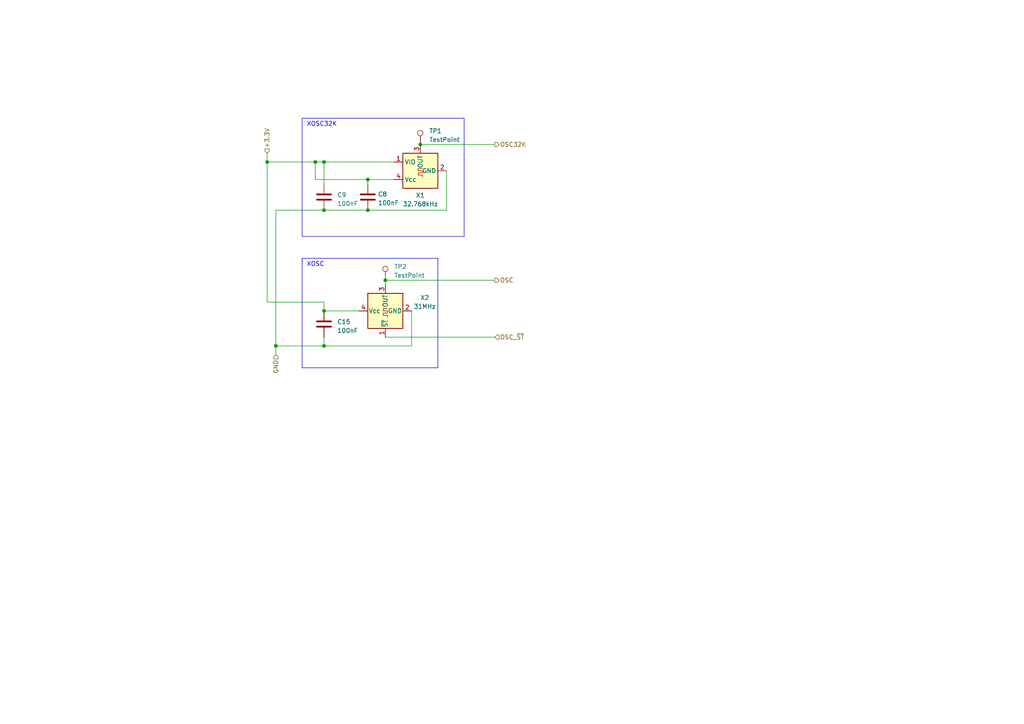
<source format=kicad_sch>
(kicad_sch (version 20230121) (generator eeschema)
  (paper "A4")
  (lib_symbols
    (symbol "Connector:TestPoint" (pin_numbers hide) (pin_names (offset 0.762) hide)
      (property "Reference" "TP" (at 0 6.858 0))
      (property "Value" "TestPoint" (at 0 5.08 0))
      (symbol "TestPoint_0_1"
        (circle (center 0 3.302) (radius 0.762))
      )
      (symbol "TestPoint_1_1"
        (pin passive line (at 0 0 90) (length 2.54) (name "1") (number "1"))
      )
    )
    (symbol "Device:C" (pin_numbers hide) (pin_names (offset 0.254))
      (property "Reference" "C" (at 0.635 2.54 0))
      (property "Value" "C" (at 0.635 -2.54 0))
      (symbol "C_0_1"
        (polyline (pts (xy -2.032 -0.762) (xy 2.032 -0.762)) (stroke (width 0.508)))
        (polyline (pts (xy -2.032 0.762) (xy 2.032 0.762)) (stroke (width 0.508)))
      )
      (symbol "C_1_1"
        (pin passive line (at 0 3.81 270) (length 2.794) (name "~") (number "1"))
        (pin passive line (at 0 -3.81 90) (length 2.794) (name "~") (number "2"))
      )
    )
    (symbol "Oscillator:SG-210STF" (pin_names (offset 0.254))
      (property "Reference" "X" (at -5.08 6.35 0))
      (property "Value" "SG-210STF" (at 1.27 -6.35 0))
      (symbol "SG-210STF_0_1"
        (rectangle (start -5.08 5.08) (end 5.08 -5.08) (stroke (width 0.254)) (fill (type background)))
        (polyline (pts (xy -1.905 -0.635) (xy -1.27 -0.635) (xy -1.27 0.635) (xy -0.635 0.635) (xy -0.635 -0.635) (xy 0 -0.635) (xy 0 0.635) (xy 0.635 0.635) (xy 0.635 -0.635)))
      )
      (symbol "SG-210STF_1_1"
        (pin input line (at -7.62 0 0) (length 2.54) (name "~{ST}") (number "1"))
        (pin power_in line (at 0 -7.62 90) (length 2.54) (name "GND") (number "2"))
        (pin output line (at 7.62 0 180) (length 2.54) (name "OUT") (number "3"))
        (pin power_in line (at 0 7.62 270) (length 2.54) (name "Vcc") (number "4"))
      )
    )
    (symbol "Oscillator:SG-3030CM"
      (property "Reference" "X" (at -5.08 -6.35 0))
      (property "Value" "SG-3030CM" (at 1.27 -6.35 0))
      (symbol "SG-3030CM_0_1"
        (rectangle (start -5.08 5.08) (end 5.08 -5.08) (stroke (width 0.254)) (fill (type background)))
        (polyline (pts (xy -1.905 -0.635) (xy -1.27 -0.635) (xy -1.27 0.635) (xy -0.635 0.635) (xy -0.635 -0.635) (xy 0 -0.635) (xy 0 0.635) (xy 0.635 0.635) (xy 0.635 -0.635)))
      )
      (symbol "SG-3030CM_1_1"
        (pin power_in line (at 2.54 7.62 270) (length 2.54) (name "VIO") (number "1"))
        (pin power_in line (at 0 -7.62 90) (length 2.54) (name "GND") (number "2"))
        (pin output line (at 7.62 0 180) (length 2.54) (name "OUT") (number "3"))
        (pin power_in line (at -2.54 7.62 270) (length 2.54) (name "Vcc") (number "4"))
      )
    )
  )
  (junction (at 111.76 81.28))
  (junction (at 93.98 46.99))
  (junction (at 93.98 60.96))
  (junction (at 93.98 90.17))
  (junction (at 106.68 52.07))
  (junction (at 121.92 41.91))
  (junction (at 80.01 100.33))
  (junction (at 93.98 100.33))
  (junction (at 77.47 46.99))
  (junction (at 91.44 46.99))
  (junction (at 106.68 60.96))
  (wire (pts (xy 119.38 90.17) (xy 119.38 100.33)))
  (wire (pts (xy 93.98 97.79) (xy 93.98 100.33)))
  (wire (pts (xy 106.68 52.07) (xy 106.68 53.34)))
  (wire (pts (xy 80.01 60.96) (xy 93.98 60.96)))
  (wire (pts (xy 111.76 81.28) (xy 111.76 82.55)))
  (wire (pts (xy 121.92 41.91) (xy 143.51 41.91)))
  (wire (pts (xy 111.76 97.79) (xy 143.51 97.79)))
  (wire (pts (xy 129.54 49.53) (xy 129.54 60.96)))
  (wire (pts (xy 91.44 46.99) (xy 77.47 46.99)))
  (wire (pts (xy 93.98 87.63) (xy 93.98 90.17)))
  (wire (pts (xy 93.98 87.63) (xy 77.47 87.63)))
  (wire (pts (xy 77.47 87.63) (xy 77.47 46.99)))
  (polyline (pts (xy 134.62 68.58) (xy 87.63 68.58)))
  (wire (pts (xy 114.3 46.99) (xy 93.98 46.99)))
  (wire (pts (xy 93.98 100.33) (xy 119.38 100.33)))
  (polyline (pts (xy 87.63 74.93) (xy 127 74.93)))
  (polyline (pts (xy 87.63 34.29) (xy 87.63 68.58)))
  (wire (pts (xy 106.68 60.96) (xy 129.54 60.96)))
  (wire (pts (xy 93.98 90.17) (xy 104.14 90.17)))
  (wire (pts (xy 106.68 52.07) (xy 91.44 52.07)))
  (polyline (pts (xy 127 74.93) (xy 127 106.68)))
  (wire (pts (xy 93.98 60.96) (xy 106.68 60.96)))
  (wire (pts (xy 114.3 52.07) (xy 106.68 52.07)))
  (wire (pts (xy 93.98 46.99) (xy 93.98 53.34)))
  (polyline (pts (xy 87.63 106.68) (xy 127 106.68)))
  (wire (pts (xy 93.98 100.33) (xy 80.01 100.33)))
  (wire (pts (xy 80.01 60.96) (xy 80.01 100.33)))
  (wire (pts (xy 91.44 52.07) (xy 91.44 46.99)))
  (polyline (pts (xy 87.63 34.29) (xy 134.62 34.29)))
  (polyline (pts (xy 134.62 34.29) (xy 134.62 68.58)))
  (wire (pts (xy 93.98 46.99) (xy 91.44 46.99)))
  (wire (pts (xy 80.01 100.33) (xy 80.01 102.87)))
  (polyline (pts (xy 87.63 106.68) (xy 87.63 74.93)))
  (wire (pts (xy 77.47 46.99) (xy 77.47 44.45)))
  (wire (pts (xy 111.76 81.28) (xy 143.51 81.28)))
  (text "XOSC" (at 88.9 77.47 0) (effects (font (size 1.27 1.27)) (justify left bottom)))
  (text "XOSC32K" (at 88.9 36.83 0) (effects (font (size 1.27 1.27)) (justify left bottom)))
  (hierarchical_label "GND" (shape input) (at 80.01 102.87 270))
  (hierarchical_label "OSC32K" (shape output) (at 143.51 41.91 0))
  (hierarchical_label "+3.3V" (shape input) (at 77.47 44.45 90))
  (hierarchical_label "OSC_~{ST}" (shape input) (at 143.51 97.79 0))
  (hierarchical_label "OSC" (shape output) (at 143.51 81.28 0))
  (symbol (lib_id "Connector:TestPoint") (at 111.76 81.28 0) (unit 1) (in_bom no)
    (property "Reference" "TP2" (at 114.3 77.343 0) (effects (justify left)))
    (property "Value" "TestPoint" (at 114.3 79.883 0) (effects (justify left)))
    (property "Footprint" "TestPoint:TestPoint_Pad_D1.0mm" (effects hide))
    (instances (project "dcf77_faker" (path "" (reference "TP2") (unit 1)) (path "" (reference "TP251") (unit 1))))
  )
  (symbol (lib_id "Oscillator:SG-210STF") (at 111.76 90.17 90) (unit 1)
    (property "Reference" "X2" (at 123.19 86.36 90))
    (property "Value" "31MHz" (at 123.19 88.9 90))
    (property "Footprint" "Oscillator_Microchip:Oscillator_SMD_Microchip_DSC8001A-6Pin_7.0x5.0mm_HandSolder" (effects hide))
    (property "Datasheet" "https://ww1.microchip.com/downloads/en/DeviceDoc/DSC8001%20Datasheet%20MKQBPD09011003-2.pdf" (effects hide))
    (property "Manufacturer" "Microchip" (effects hide))
    (property "Model" "DSC8001A" (effects hide))
    (instances (project "dcf77_faker" (path "" (reference "X2") (unit 1)) (path "" (reference "X251") (unit 1))))
  )
  (symbol (lib_id "Device:C") (at 106.68 57.15 180) (unit 1)
    (property "Reference" "C8" (at 109.601 56.3153 0) (effects (justify right)))
    (property "Value" "100nF" (at 109.601 58.8522 0) (effects (justify right)))
    (property "Footprint" "Capacitor_SMD:C_0402_1005Metric" (effects hide))
    (property "LCSC" "C307331" (effects hide))
    (instances (project "dcf77_faker" (path "" (reference "C8") (unit 1)) (path "" (reference "C202") (unit 1))))
  )
  (symbol (lib_id "Device:C") (at 93.98 93.98 180) (unit 1)
    (property "Reference" "C15" (at 97.79 93.345 0) (effects (justify right)))
    (property "Value" "100nF" (at 97.79 95.885 0) (effects (justify right)))
    (property "Footprint" "Capacitor_SMD:C_0402_1005Metric" (effects hide))
    (property "LCSC" "C307331" (effects hide))
    (instances (project "dcf77_faker" (path "" (reference "C15") (unit 1)) (path "" (reference "C251") (unit 1))))
  )
  (symbol (lib_id "Oscillator:SG-3030CM") (at 121.92 49.53 90) (unit 1)
    (property "Reference" "X1" (at 121.92 56.6404 90))
    (property "Value" "32.768kHz" (at 121.92 59.1773 90))
    (property "Footprint" "Oscillator:Oscillator_SMD_SeikoEpson_SG3030CM" (effects hide))
    (property "Datasheet" "https://support.epson.biz/td/api/doc_check.php?mode=dl&lang=en&Parts=SG-3030CM" (effects hide))
    (property "LCSC" "C2976104" (effects hide))
    (property "Manufacturer" "Seiko Epson" (effects hide))
    (property "Model" "SG-3031CM 32.768K" (effects hide))
    (instances (project "dcf77_faker" (path "" (reference "X1") (unit 1)) (path "" (reference "X201") (unit 1))))
  )
  (symbol (lib_id "Device:C") (at 93.98 57.15 180) (unit 1)
    (property "Reference" "C9" (at 97.79 56.515 0) (effects (justify right)))
    (property "Value" "100nF" (at 97.79 59.055 0) (effects (justify right)))
    (property "Footprint" "Capacitor_SMD:C_0402_1005Metric" (effects hide))
    (property "LCSC" "C307331" (effects hide))
    (instances (project "dcf77_faker" (path "" (reference "C9") (unit 1)) (path "" (reference "C201") (unit 1))))
  )
  (symbol (lib_id "Connector:TestPoint") (at 121.92 41.91 0) (unit 1) (in_bom no)
    (property "Reference" "TP1" (at 124.46 37.973 0) (effects (justify left)))
    (property "Value" "TestPoint" (at 124.46 40.513 0) (effects (justify left)))
    (property "Footprint" "TestPoint:TestPoint_Pad_D1.0mm" (effects hide))
    (instances (project "dcf77_faker" (path "" (reference "TP1") (unit 1)) (path "" (reference "TP201") (unit 1))))
  )
)
</source>
